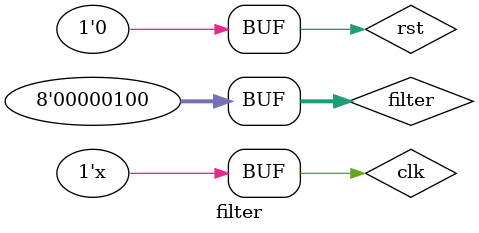
<source format=v>
module filter();

reg clk, rst;

reg [7:0] filter;
wire [7:0] repeatedfil;

filter_genDP filtb(.clk(clk), .rst(rst), . filter(filter), .repeatedfil(repeatedfil));

always
	#50 clk = ~clk;

initial
begin
	clk = 1'b1;
	rst = 1'b1;
	filter = 8'd0;
	#100 rst = 1'b0;
	#100 filter = 8'd1;
	#100 filter = 8'd2;
	#100 filter = 8'd3;
	#100 filter = 8'd4;
end

endmodule


</source>
